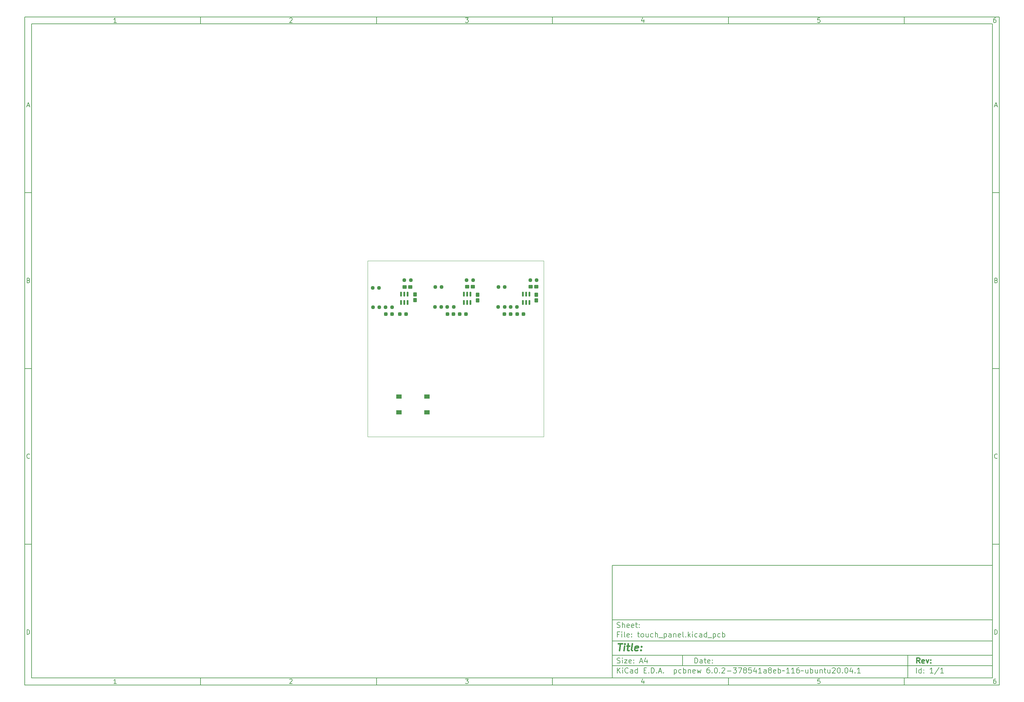
<source format=gbr>
%TF.GenerationSoftware,KiCad,Pcbnew,6.0.2-378541a8eb~116~ubuntu20.04.1*%
%TF.CreationDate,2022-03-13T21:59:14+03:30*%
%TF.ProjectId,touch_panel,746f7563-685f-4706-916e-656c2e6b6963,rev?*%
%TF.SameCoordinates,Original*%
%TF.FileFunction,Paste,Top*%
%TF.FilePolarity,Positive*%
%FSLAX46Y46*%
G04 Gerber Fmt 4.6, Leading zero omitted, Abs format (unit mm)*
G04 Created by KiCad (PCBNEW 6.0.2-378541a8eb~116~ubuntu20.04.1) date 2022-03-13 21:59:14*
%MOMM*%
%LPD*%
G01*
G04 APERTURE LIST*
G04 Aperture macros list*
%AMRoundRect*
0 Rectangle with rounded corners*
0 $1 Rounding radius*
0 $2 $3 $4 $5 $6 $7 $8 $9 X,Y pos of 4 corners*
0 Add a 4 corners polygon primitive as box body*
4,1,4,$2,$3,$4,$5,$6,$7,$8,$9,$2,$3,0*
0 Add four circle primitives for the rounded corners*
1,1,$1+$1,$2,$3*
1,1,$1+$1,$4,$5*
1,1,$1+$1,$6,$7*
1,1,$1+$1,$8,$9*
0 Add four rect primitives between the rounded corners*
20,1,$1+$1,$2,$3,$4,$5,0*
20,1,$1+$1,$4,$5,$6,$7,0*
20,1,$1+$1,$6,$7,$8,$9,0*
20,1,$1+$1,$8,$9,$2,$3,0*%
G04 Aperture macros list end*
%ADD10C,0.100000*%
%ADD11C,0.150000*%
%ADD12C,0.300000*%
%ADD13C,0.400000*%
%TA.AperFunction,Profile*%
%ADD14C,0.100000*%
%TD*%
%ADD15RoundRect,0.237500X-0.250000X-0.237500X0.250000X-0.237500X0.250000X0.237500X-0.250000X0.237500X0*%
%ADD16RoundRect,0.193800X-0.091200X-0.481200X0.091200X-0.481200X0.091200X0.481200X-0.091200X0.481200X0*%
%ADD17RoundRect,0.237500X-0.287500X-0.237500X0.287500X-0.237500X0.287500X0.237500X-0.287500X0.237500X0*%
%ADD18R,1.550000X1.300000*%
%ADD19RoundRect,0.250000X0.375000X0.275000X-0.375000X0.275000X-0.375000X-0.275000X0.375000X-0.275000X0*%
%ADD20RoundRect,0.250000X0.275000X-0.375000X0.275000X0.375000X-0.275000X0.375000X-0.275000X-0.375000X0*%
%ADD21RoundRect,0.237500X0.250000X0.237500X-0.250000X0.237500X-0.250000X-0.237500X0.250000X-0.237500X0*%
G04 APERTURE END LIST*
D10*
D11*
X177002200Y-166007200D02*
X177002200Y-198007200D01*
X285002200Y-198007200D01*
X285002200Y-166007200D01*
X177002200Y-166007200D01*
D10*
D11*
X10000000Y-10000000D02*
X10000000Y-200007200D01*
X287002200Y-200007200D01*
X287002200Y-10000000D01*
X10000000Y-10000000D01*
D10*
D11*
X12000000Y-12000000D02*
X12000000Y-198007200D01*
X285002200Y-198007200D01*
X285002200Y-12000000D01*
X12000000Y-12000000D01*
D10*
D11*
X60000000Y-12000000D02*
X60000000Y-10000000D01*
D10*
D11*
X110000000Y-12000000D02*
X110000000Y-10000000D01*
D10*
D11*
X160000000Y-12000000D02*
X160000000Y-10000000D01*
D10*
D11*
X210000000Y-12000000D02*
X210000000Y-10000000D01*
D10*
D11*
X260000000Y-12000000D02*
X260000000Y-10000000D01*
D10*
D11*
X36065476Y-11588095D02*
X35322619Y-11588095D01*
X35694047Y-11588095D02*
X35694047Y-10288095D01*
X35570238Y-10473809D01*
X35446428Y-10597619D01*
X35322619Y-10659523D01*
D10*
D11*
X85322619Y-10411904D02*
X85384523Y-10350000D01*
X85508333Y-10288095D01*
X85817857Y-10288095D01*
X85941666Y-10350000D01*
X86003571Y-10411904D01*
X86065476Y-10535714D01*
X86065476Y-10659523D01*
X86003571Y-10845238D01*
X85260714Y-11588095D01*
X86065476Y-11588095D01*
D10*
D11*
X135260714Y-10288095D02*
X136065476Y-10288095D01*
X135632142Y-10783333D01*
X135817857Y-10783333D01*
X135941666Y-10845238D01*
X136003571Y-10907142D01*
X136065476Y-11030952D01*
X136065476Y-11340476D01*
X136003571Y-11464285D01*
X135941666Y-11526190D01*
X135817857Y-11588095D01*
X135446428Y-11588095D01*
X135322619Y-11526190D01*
X135260714Y-11464285D01*
D10*
D11*
X185941666Y-10721428D02*
X185941666Y-11588095D01*
X185632142Y-10226190D02*
X185322619Y-11154761D01*
X186127380Y-11154761D01*
D10*
D11*
X236003571Y-10288095D02*
X235384523Y-10288095D01*
X235322619Y-10907142D01*
X235384523Y-10845238D01*
X235508333Y-10783333D01*
X235817857Y-10783333D01*
X235941666Y-10845238D01*
X236003571Y-10907142D01*
X236065476Y-11030952D01*
X236065476Y-11340476D01*
X236003571Y-11464285D01*
X235941666Y-11526190D01*
X235817857Y-11588095D01*
X235508333Y-11588095D01*
X235384523Y-11526190D01*
X235322619Y-11464285D01*
D10*
D11*
X285941666Y-10288095D02*
X285694047Y-10288095D01*
X285570238Y-10350000D01*
X285508333Y-10411904D01*
X285384523Y-10597619D01*
X285322619Y-10845238D01*
X285322619Y-11340476D01*
X285384523Y-11464285D01*
X285446428Y-11526190D01*
X285570238Y-11588095D01*
X285817857Y-11588095D01*
X285941666Y-11526190D01*
X286003571Y-11464285D01*
X286065476Y-11340476D01*
X286065476Y-11030952D01*
X286003571Y-10907142D01*
X285941666Y-10845238D01*
X285817857Y-10783333D01*
X285570238Y-10783333D01*
X285446428Y-10845238D01*
X285384523Y-10907142D01*
X285322619Y-11030952D01*
D10*
D11*
X60000000Y-198007200D02*
X60000000Y-200007200D01*
D10*
D11*
X110000000Y-198007200D02*
X110000000Y-200007200D01*
D10*
D11*
X160000000Y-198007200D02*
X160000000Y-200007200D01*
D10*
D11*
X210000000Y-198007200D02*
X210000000Y-200007200D01*
D10*
D11*
X260000000Y-198007200D02*
X260000000Y-200007200D01*
D10*
D11*
X36065476Y-199595295D02*
X35322619Y-199595295D01*
X35694047Y-199595295D02*
X35694047Y-198295295D01*
X35570238Y-198481009D01*
X35446428Y-198604819D01*
X35322619Y-198666723D01*
D10*
D11*
X85322619Y-198419104D02*
X85384523Y-198357200D01*
X85508333Y-198295295D01*
X85817857Y-198295295D01*
X85941666Y-198357200D01*
X86003571Y-198419104D01*
X86065476Y-198542914D01*
X86065476Y-198666723D01*
X86003571Y-198852438D01*
X85260714Y-199595295D01*
X86065476Y-199595295D01*
D10*
D11*
X135260714Y-198295295D02*
X136065476Y-198295295D01*
X135632142Y-198790533D01*
X135817857Y-198790533D01*
X135941666Y-198852438D01*
X136003571Y-198914342D01*
X136065476Y-199038152D01*
X136065476Y-199347676D01*
X136003571Y-199471485D01*
X135941666Y-199533390D01*
X135817857Y-199595295D01*
X135446428Y-199595295D01*
X135322619Y-199533390D01*
X135260714Y-199471485D01*
D10*
D11*
X185941666Y-198728628D02*
X185941666Y-199595295D01*
X185632142Y-198233390D02*
X185322619Y-199161961D01*
X186127380Y-199161961D01*
D10*
D11*
X236003571Y-198295295D02*
X235384523Y-198295295D01*
X235322619Y-198914342D01*
X235384523Y-198852438D01*
X235508333Y-198790533D01*
X235817857Y-198790533D01*
X235941666Y-198852438D01*
X236003571Y-198914342D01*
X236065476Y-199038152D01*
X236065476Y-199347676D01*
X236003571Y-199471485D01*
X235941666Y-199533390D01*
X235817857Y-199595295D01*
X235508333Y-199595295D01*
X235384523Y-199533390D01*
X235322619Y-199471485D01*
D10*
D11*
X285941666Y-198295295D02*
X285694047Y-198295295D01*
X285570238Y-198357200D01*
X285508333Y-198419104D01*
X285384523Y-198604819D01*
X285322619Y-198852438D01*
X285322619Y-199347676D01*
X285384523Y-199471485D01*
X285446428Y-199533390D01*
X285570238Y-199595295D01*
X285817857Y-199595295D01*
X285941666Y-199533390D01*
X286003571Y-199471485D01*
X286065476Y-199347676D01*
X286065476Y-199038152D01*
X286003571Y-198914342D01*
X285941666Y-198852438D01*
X285817857Y-198790533D01*
X285570238Y-198790533D01*
X285446428Y-198852438D01*
X285384523Y-198914342D01*
X285322619Y-199038152D01*
D10*
D11*
X10000000Y-60000000D02*
X12000000Y-60000000D01*
D10*
D11*
X10000000Y-110000000D02*
X12000000Y-110000000D01*
D10*
D11*
X10000000Y-160000000D02*
X12000000Y-160000000D01*
D10*
D11*
X10690476Y-35216666D02*
X11309523Y-35216666D01*
X10566666Y-35588095D02*
X11000000Y-34288095D01*
X11433333Y-35588095D01*
D10*
D11*
X11092857Y-84907142D02*
X11278571Y-84969047D01*
X11340476Y-85030952D01*
X11402380Y-85154761D01*
X11402380Y-85340476D01*
X11340476Y-85464285D01*
X11278571Y-85526190D01*
X11154761Y-85588095D01*
X10659523Y-85588095D01*
X10659523Y-84288095D01*
X11092857Y-84288095D01*
X11216666Y-84350000D01*
X11278571Y-84411904D01*
X11340476Y-84535714D01*
X11340476Y-84659523D01*
X11278571Y-84783333D01*
X11216666Y-84845238D01*
X11092857Y-84907142D01*
X10659523Y-84907142D01*
D10*
D11*
X11402380Y-135464285D02*
X11340476Y-135526190D01*
X11154761Y-135588095D01*
X11030952Y-135588095D01*
X10845238Y-135526190D01*
X10721428Y-135402380D01*
X10659523Y-135278571D01*
X10597619Y-135030952D01*
X10597619Y-134845238D01*
X10659523Y-134597619D01*
X10721428Y-134473809D01*
X10845238Y-134350000D01*
X11030952Y-134288095D01*
X11154761Y-134288095D01*
X11340476Y-134350000D01*
X11402380Y-134411904D01*
D10*
D11*
X10659523Y-185588095D02*
X10659523Y-184288095D01*
X10969047Y-184288095D01*
X11154761Y-184350000D01*
X11278571Y-184473809D01*
X11340476Y-184597619D01*
X11402380Y-184845238D01*
X11402380Y-185030952D01*
X11340476Y-185278571D01*
X11278571Y-185402380D01*
X11154761Y-185526190D01*
X10969047Y-185588095D01*
X10659523Y-185588095D01*
D10*
D11*
X287002200Y-60000000D02*
X285002200Y-60000000D01*
D10*
D11*
X287002200Y-110000000D02*
X285002200Y-110000000D01*
D10*
D11*
X287002200Y-160000000D02*
X285002200Y-160000000D01*
D10*
D11*
X285692676Y-35216666D02*
X286311723Y-35216666D01*
X285568866Y-35588095D02*
X286002200Y-34288095D01*
X286435533Y-35588095D01*
D10*
D11*
X286095057Y-84907142D02*
X286280771Y-84969047D01*
X286342676Y-85030952D01*
X286404580Y-85154761D01*
X286404580Y-85340476D01*
X286342676Y-85464285D01*
X286280771Y-85526190D01*
X286156961Y-85588095D01*
X285661723Y-85588095D01*
X285661723Y-84288095D01*
X286095057Y-84288095D01*
X286218866Y-84350000D01*
X286280771Y-84411904D01*
X286342676Y-84535714D01*
X286342676Y-84659523D01*
X286280771Y-84783333D01*
X286218866Y-84845238D01*
X286095057Y-84907142D01*
X285661723Y-84907142D01*
D10*
D11*
X286404580Y-135464285D02*
X286342676Y-135526190D01*
X286156961Y-135588095D01*
X286033152Y-135588095D01*
X285847438Y-135526190D01*
X285723628Y-135402380D01*
X285661723Y-135278571D01*
X285599819Y-135030952D01*
X285599819Y-134845238D01*
X285661723Y-134597619D01*
X285723628Y-134473809D01*
X285847438Y-134350000D01*
X286033152Y-134288095D01*
X286156961Y-134288095D01*
X286342676Y-134350000D01*
X286404580Y-134411904D01*
D10*
D11*
X285661723Y-185588095D02*
X285661723Y-184288095D01*
X285971247Y-184288095D01*
X286156961Y-184350000D01*
X286280771Y-184473809D01*
X286342676Y-184597619D01*
X286404580Y-184845238D01*
X286404580Y-185030952D01*
X286342676Y-185278571D01*
X286280771Y-185402380D01*
X286156961Y-185526190D01*
X285971247Y-185588095D01*
X285661723Y-185588095D01*
D10*
D11*
X200434342Y-193785771D02*
X200434342Y-192285771D01*
X200791485Y-192285771D01*
X201005771Y-192357200D01*
X201148628Y-192500057D01*
X201220057Y-192642914D01*
X201291485Y-192928628D01*
X201291485Y-193142914D01*
X201220057Y-193428628D01*
X201148628Y-193571485D01*
X201005771Y-193714342D01*
X200791485Y-193785771D01*
X200434342Y-193785771D01*
X202577200Y-193785771D02*
X202577200Y-193000057D01*
X202505771Y-192857200D01*
X202362914Y-192785771D01*
X202077200Y-192785771D01*
X201934342Y-192857200D01*
X202577200Y-193714342D02*
X202434342Y-193785771D01*
X202077200Y-193785771D01*
X201934342Y-193714342D01*
X201862914Y-193571485D01*
X201862914Y-193428628D01*
X201934342Y-193285771D01*
X202077200Y-193214342D01*
X202434342Y-193214342D01*
X202577200Y-193142914D01*
X203077200Y-192785771D02*
X203648628Y-192785771D01*
X203291485Y-192285771D02*
X203291485Y-193571485D01*
X203362914Y-193714342D01*
X203505771Y-193785771D01*
X203648628Y-193785771D01*
X204720057Y-193714342D02*
X204577200Y-193785771D01*
X204291485Y-193785771D01*
X204148628Y-193714342D01*
X204077200Y-193571485D01*
X204077200Y-193000057D01*
X204148628Y-192857200D01*
X204291485Y-192785771D01*
X204577200Y-192785771D01*
X204720057Y-192857200D01*
X204791485Y-193000057D01*
X204791485Y-193142914D01*
X204077200Y-193285771D01*
X205434342Y-193642914D02*
X205505771Y-193714342D01*
X205434342Y-193785771D01*
X205362914Y-193714342D01*
X205434342Y-193642914D01*
X205434342Y-193785771D01*
X205434342Y-192857200D02*
X205505771Y-192928628D01*
X205434342Y-193000057D01*
X205362914Y-192928628D01*
X205434342Y-192857200D01*
X205434342Y-193000057D01*
D10*
D11*
X177002200Y-194507200D02*
X285002200Y-194507200D01*
D10*
D11*
X178434342Y-196585771D02*
X178434342Y-195085771D01*
X179291485Y-196585771D02*
X178648628Y-195728628D01*
X179291485Y-195085771D02*
X178434342Y-195942914D01*
X179934342Y-196585771D02*
X179934342Y-195585771D01*
X179934342Y-195085771D02*
X179862914Y-195157200D01*
X179934342Y-195228628D01*
X180005771Y-195157200D01*
X179934342Y-195085771D01*
X179934342Y-195228628D01*
X181505771Y-196442914D02*
X181434342Y-196514342D01*
X181220057Y-196585771D01*
X181077200Y-196585771D01*
X180862914Y-196514342D01*
X180720057Y-196371485D01*
X180648628Y-196228628D01*
X180577200Y-195942914D01*
X180577200Y-195728628D01*
X180648628Y-195442914D01*
X180720057Y-195300057D01*
X180862914Y-195157200D01*
X181077200Y-195085771D01*
X181220057Y-195085771D01*
X181434342Y-195157200D01*
X181505771Y-195228628D01*
X182791485Y-196585771D02*
X182791485Y-195800057D01*
X182720057Y-195657200D01*
X182577200Y-195585771D01*
X182291485Y-195585771D01*
X182148628Y-195657200D01*
X182791485Y-196514342D02*
X182648628Y-196585771D01*
X182291485Y-196585771D01*
X182148628Y-196514342D01*
X182077200Y-196371485D01*
X182077200Y-196228628D01*
X182148628Y-196085771D01*
X182291485Y-196014342D01*
X182648628Y-196014342D01*
X182791485Y-195942914D01*
X184148628Y-196585771D02*
X184148628Y-195085771D01*
X184148628Y-196514342D02*
X184005771Y-196585771D01*
X183720057Y-196585771D01*
X183577200Y-196514342D01*
X183505771Y-196442914D01*
X183434342Y-196300057D01*
X183434342Y-195871485D01*
X183505771Y-195728628D01*
X183577200Y-195657200D01*
X183720057Y-195585771D01*
X184005771Y-195585771D01*
X184148628Y-195657200D01*
X186005771Y-195800057D02*
X186505771Y-195800057D01*
X186720057Y-196585771D02*
X186005771Y-196585771D01*
X186005771Y-195085771D01*
X186720057Y-195085771D01*
X187362914Y-196442914D02*
X187434342Y-196514342D01*
X187362914Y-196585771D01*
X187291485Y-196514342D01*
X187362914Y-196442914D01*
X187362914Y-196585771D01*
X188077200Y-196585771D02*
X188077200Y-195085771D01*
X188434342Y-195085771D01*
X188648628Y-195157200D01*
X188791485Y-195300057D01*
X188862914Y-195442914D01*
X188934342Y-195728628D01*
X188934342Y-195942914D01*
X188862914Y-196228628D01*
X188791485Y-196371485D01*
X188648628Y-196514342D01*
X188434342Y-196585771D01*
X188077200Y-196585771D01*
X189577200Y-196442914D02*
X189648628Y-196514342D01*
X189577200Y-196585771D01*
X189505771Y-196514342D01*
X189577200Y-196442914D01*
X189577200Y-196585771D01*
X190220057Y-196157200D02*
X190934342Y-196157200D01*
X190077200Y-196585771D02*
X190577200Y-195085771D01*
X191077200Y-196585771D01*
X191577200Y-196442914D02*
X191648628Y-196514342D01*
X191577200Y-196585771D01*
X191505771Y-196514342D01*
X191577200Y-196442914D01*
X191577200Y-196585771D01*
X194577200Y-195585771D02*
X194577200Y-197085771D01*
X194577200Y-195657200D02*
X194720057Y-195585771D01*
X195005771Y-195585771D01*
X195148628Y-195657200D01*
X195220057Y-195728628D01*
X195291485Y-195871485D01*
X195291485Y-196300057D01*
X195220057Y-196442914D01*
X195148628Y-196514342D01*
X195005771Y-196585771D01*
X194720057Y-196585771D01*
X194577200Y-196514342D01*
X196577200Y-196514342D02*
X196434342Y-196585771D01*
X196148628Y-196585771D01*
X196005771Y-196514342D01*
X195934342Y-196442914D01*
X195862914Y-196300057D01*
X195862914Y-195871485D01*
X195934342Y-195728628D01*
X196005771Y-195657200D01*
X196148628Y-195585771D01*
X196434342Y-195585771D01*
X196577200Y-195657200D01*
X197220057Y-196585771D02*
X197220057Y-195085771D01*
X197220057Y-195657200D02*
X197362914Y-195585771D01*
X197648628Y-195585771D01*
X197791485Y-195657200D01*
X197862914Y-195728628D01*
X197934342Y-195871485D01*
X197934342Y-196300057D01*
X197862914Y-196442914D01*
X197791485Y-196514342D01*
X197648628Y-196585771D01*
X197362914Y-196585771D01*
X197220057Y-196514342D01*
X198577200Y-195585771D02*
X198577200Y-196585771D01*
X198577200Y-195728628D02*
X198648628Y-195657200D01*
X198791485Y-195585771D01*
X199005771Y-195585771D01*
X199148628Y-195657200D01*
X199220057Y-195800057D01*
X199220057Y-196585771D01*
X200505771Y-196514342D02*
X200362914Y-196585771D01*
X200077200Y-196585771D01*
X199934342Y-196514342D01*
X199862914Y-196371485D01*
X199862914Y-195800057D01*
X199934342Y-195657200D01*
X200077200Y-195585771D01*
X200362914Y-195585771D01*
X200505771Y-195657200D01*
X200577200Y-195800057D01*
X200577200Y-195942914D01*
X199862914Y-196085771D01*
X201077200Y-195585771D02*
X201362914Y-196585771D01*
X201648628Y-195871485D01*
X201934342Y-196585771D01*
X202220057Y-195585771D01*
X204577200Y-195085771D02*
X204291485Y-195085771D01*
X204148628Y-195157200D01*
X204077200Y-195228628D01*
X203934342Y-195442914D01*
X203862914Y-195728628D01*
X203862914Y-196300057D01*
X203934342Y-196442914D01*
X204005771Y-196514342D01*
X204148628Y-196585771D01*
X204434342Y-196585771D01*
X204577200Y-196514342D01*
X204648628Y-196442914D01*
X204720057Y-196300057D01*
X204720057Y-195942914D01*
X204648628Y-195800057D01*
X204577200Y-195728628D01*
X204434342Y-195657200D01*
X204148628Y-195657200D01*
X204005771Y-195728628D01*
X203934342Y-195800057D01*
X203862914Y-195942914D01*
X205362914Y-196442914D02*
X205434342Y-196514342D01*
X205362914Y-196585771D01*
X205291485Y-196514342D01*
X205362914Y-196442914D01*
X205362914Y-196585771D01*
X206362914Y-195085771D02*
X206505771Y-195085771D01*
X206648628Y-195157200D01*
X206720057Y-195228628D01*
X206791485Y-195371485D01*
X206862914Y-195657200D01*
X206862914Y-196014342D01*
X206791485Y-196300057D01*
X206720057Y-196442914D01*
X206648628Y-196514342D01*
X206505771Y-196585771D01*
X206362914Y-196585771D01*
X206220057Y-196514342D01*
X206148628Y-196442914D01*
X206077200Y-196300057D01*
X206005771Y-196014342D01*
X206005771Y-195657200D01*
X206077200Y-195371485D01*
X206148628Y-195228628D01*
X206220057Y-195157200D01*
X206362914Y-195085771D01*
X207505771Y-196442914D02*
X207577200Y-196514342D01*
X207505771Y-196585771D01*
X207434342Y-196514342D01*
X207505771Y-196442914D01*
X207505771Y-196585771D01*
X208148628Y-195228628D02*
X208220057Y-195157200D01*
X208362914Y-195085771D01*
X208720057Y-195085771D01*
X208862914Y-195157200D01*
X208934342Y-195228628D01*
X209005771Y-195371485D01*
X209005771Y-195514342D01*
X208934342Y-195728628D01*
X208077200Y-196585771D01*
X209005771Y-196585771D01*
X209648628Y-196014342D02*
X210791485Y-196014342D01*
X211362914Y-195085771D02*
X212291485Y-195085771D01*
X211791485Y-195657200D01*
X212005771Y-195657200D01*
X212148628Y-195728628D01*
X212220057Y-195800057D01*
X212291485Y-195942914D01*
X212291485Y-196300057D01*
X212220057Y-196442914D01*
X212148628Y-196514342D01*
X212005771Y-196585771D01*
X211577200Y-196585771D01*
X211434342Y-196514342D01*
X211362914Y-196442914D01*
X212791485Y-195085771D02*
X213791485Y-195085771D01*
X213148628Y-196585771D01*
X214577200Y-195728628D02*
X214434342Y-195657200D01*
X214362914Y-195585771D01*
X214291485Y-195442914D01*
X214291485Y-195371485D01*
X214362914Y-195228628D01*
X214434342Y-195157200D01*
X214577200Y-195085771D01*
X214862914Y-195085771D01*
X215005771Y-195157200D01*
X215077200Y-195228628D01*
X215148628Y-195371485D01*
X215148628Y-195442914D01*
X215077200Y-195585771D01*
X215005771Y-195657200D01*
X214862914Y-195728628D01*
X214577200Y-195728628D01*
X214434342Y-195800057D01*
X214362914Y-195871485D01*
X214291485Y-196014342D01*
X214291485Y-196300057D01*
X214362914Y-196442914D01*
X214434342Y-196514342D01*
X214577200Y-196585771D01*
X214862914Y-196585771D01*
X215005771Y-196514342D01*
X215077200Y-196442914D01*
X215148628Y-196300057D01*
X215148628Y-196014342D01*
X215077200Y-195871485D01*
X215005771Y-195800057D01*
X214862914Y-195728628D01*
X216505771Y-195085771D02*
X215791485Y-195085771D01*
X215720057Y-195800057D01*
X215791485Y-195728628D01*
X215934342Y-195657200D01*
X216291485Y-195657200D01*
X216434342Y-195728628D01*
X216505771Y-195800057D01*
X216577200Y-195942914D01*
X216577200Y-196300057D01*
X216505771Y-196442914D01*
X216434342Y-196514342D01*
X216291485Y-196585771D01*
X215934342Y-196585771D01*
X215791485Y-196514342D01*
X215720057Y-196442914D01*
X217862914Y-195585771D02*
X217862914Y-196585771D01*
X217505771Y-195014342D02*
X217148628Y-196085771D01*
X218077200Y-196085771D01*
X219434342Y-196585771D02*
X218577200Y-196585771D01*
X219005771Y-196585771D02*
X219005771Y-195085771D01*
X218862914Y-195300057D01*
X218720057Y-195442914D01*
X218577200Y-195514342D01*
X220720057Y-196585771D02*
X220720057Y-195800057D01*
X220648628Y-195657200D01*
X220505771Y-195585771D01*
X220220057Y-195585771D01*
X220077200Y-195657200D01*
X220720057Y-196514342D02*
X220577200Y-196585771D01*
X220220057Y-196585771D01*
X220077200Y-196514342D01*
X220005771Y-196371485D01*
X220005771Y-196228628D01*
X220077200Y-196085771D01*
X220220057Y-196014342D01*
X220577200Y-196014342D01*
X220720057Y-195942914D01*
X221648628Y-195728628D02*
X221505771Y-195657200D01*
X221434342Y-195585771D01*
X221362914Y-195442914D01*
X221362914Y-195371485D01*
X221434342Y-195228628D01*
X221505771Y-195157200D01*
X221648628Y-195085771D01*
X221934342Y-195085771D01*
X222077200Y-195157200D01*
X222148628Y-195228628D01*
X222220057Y-195371485D01*
X222220057Y-195442914D01*
X222148628Y-195585771D01*
X222077200Y-195657200D01*
X221934342Y-195728628D01*
X221648628Y-195728628D01*
X221505771Y-195800057D01*
X221434342Y-195871485D01*
X221362914Y-196014342D01*
X221362914Y-196300057D01*
X221434342Y-196442914D01*
X221505771Y-196514342D01*
X221648628Y-196585771D01*
X221934342Y-196585771D01*
X222077200Y-196514342D01*
X222148628Y-196442914D01*
X222220057Y-196300057D01*
X222220057Y-196014342D01*
X222148628Y-195871485D01*
X222077200Y-195800057D01*
X221934342Y-195728628D01*
X223434342Y-196514342D02*
X223291485Y-196585771D01*
X223005771Y-196585771D01*
X222862914Y-196514342D01*
X222791485Y-196371485D01*
X222791485Y-195800057D01*
X222862914Y-195657200D01*
X223005771Y-195585771D01*
X223291485Y-195585771D01*
X223434342Y-195657200D01*
X223505771Y-195800057D01*
X223505771Y-195942914D01*
X222791485Y-196085771D01*
X224148628Y-196585771D02*
X224148628Y-195085771D01*
X224148628Y-195657200D02*
X224291485Y-195585771D01*
X224577199Y-195585771D01*
X224720057Y-195657200D01*
X224791485Y-195728628D01*
X224862914Y-195871485D01*
X224862914Y-196300057D01*
X224791485Y-196442914D01*
X224720057Y-196514342D01*
X224577199Y-196585771D01*
X224291485Y-196585771D01*
X224148628Y-196514342D01*
X225291485Y-196014342D02*
X225362914Y-195942914D01*
X225505771Y-195871485D01*
X225791485Y-196014342D01*
X225934342Y-195942914D01*
X226005771Y-195871485D01*
X227362914Y-196585771D02*
X226505771Y-196585771D01*
X226934342Y-196585771D02*
X226934342Y-195085771D01*
X226791485Y-195300057D01*
X226648628Y-195442914D01*
X226505771Y-195514342D01*
X228791485Y-196585771D02*
X227934342Y-196585771D01*
X228362914Y-196585771D02*
X228362914Y-195085771D01*
X228220057Y-195300057D01*
X228077199Y-195442914D01*
X227934342Y-195514342D01*
X230077199Y-195085771D02*
X229791485Y-195085771D01*
X229648628Y-195157200D01*
X229577199Y-195228628D01*
X229434342Y-195442914D01*
X229362914Y-195728628D01*
X229362914Y-196300057D01*
X229434342Y-196442914D01*
X229505771Y-196514342D01*
X229648628Y-196585771D01*
X229934342Y-196585771D01*
X230077199Y-196514342D01*
X230148628Y-196442914D01*
X230220057Y-196300057D01*
X230220057Y-195942914D01*
X230148628Y-195800057D01*
X230077199Y-195728628D01*
X229934342Y-195657200D01*
X229648628Y-195657200D01*
X229505771Y-195728628D01*
X229434342Y-195800057D01*
X229362914Y-195942914D01*
X230648628Y-196014342D02*
X230720057Y-195942914D01*
X230862914Y-195871485D01*
X231148628Y-196014342D01*
X231291485Y-195942914D01*
X231362914Y-195871485D01*
X232577199Y-195585771D02*
X232577199Y-196585771D01*
X231934342Y-195585771D02*
X231934342Y-196371485D01*
X232005771Y-196514342D01*
X232148628Y-196585771D01*
X232362914Y-196585771D01*
X232505771Y-196514342D01*
X232577199Y-196442914D01*
X233291485Y-196585771D02*
X233291485Y-195085771D01*
X233291485Y-195657200D02*
X233434342Y-195585771D01*
X233720057Y-195585771D01*
X233862914Y-195657200D01*
X233934342Y-195728628D01*
X234005771Y-195871485D01*
X234005771Y-196300057D01*
X233934342Y-196442914D01*
X233862914Y-196514342D01*
X233720057Y-196585771D01*
X233434342Y-196585771D01*
X233291485Y-196514342D01*
X235291485Y-195585771D02*
X235291485Y-196585771D01*
X234648628Y-195585771D02*
X234648628Y-196371485D01*
X234720057Y-196514342D01*
X234862914Y-196585771D01*
X235077199Y-196585771D01*
X235220057Y-196514342D01*
X235291485Y-196442914D01*
X236005771Y-195585771D02*
X236005771Y-196585771D01*
X236005771Y-195728628D02*
X236077199Y-195657200D01*
X236220057Y-195585771D01*
X236434342Y-195585771D01*
X236577199Y-195657200D01*
X236648628Y-195800057D01*
X236648628Y-196585771D01*
X237148628Y-195585771D02*
X237720057Y-195585771D01*
X237362914Y-195085771D02*
X237362914Y-196371485D01*
X237434342Y-196514342D01*
X237577200Y-196585771D01*
X237720057Y-196585771D01*
X238862914Y-195585771D02*
X238862914Y-196585771D01*
X238220057Y-195585771D02*
X238220057Y-196371485D01*
X238291485Y-196514342D01*
X238434342Y-196585771D01*
X238648628Y-196585771D01*
X238791485Y-196514342D01*
X238862914Y-196442914D01*
X239505771Y-195228628D02*
X239577200Y-195157200D01*
X239720057Y-195085771D01*
X240077200Y-195085771D01*
X240220057Y-195157200D01*
X240291485Y-195228628D01*
X240362914Y-195371485D01*
X240362914Y-195514342D01*
X240291485Y-195728628D01*
X239434342Y-196585771D01*
X240362914Y-196585771D01*
X241291485Y-195085771D02*
X241434342Y-195085771D01*
X241577199Y-195157200D01*
X241648628Y-195228628D01*
X241720057Y-195371485D01*
X241791485Y-195657200D01*
X241791485Y-196014342D01*
X241720057Y-196300057D01*
X241648628Y-196442914D01*
X241577199Y-196514342D01*
X241434342Y-196585771D01*
X241291485Y-196585771D01*
X241148628Y-196514342D01*
X241077199Y-196442914D01*
X241005771Y-196300057D01*
X240934342Y-196014342D01*
X240934342Y-195657200D01*
X241005771Y-195371485D01*
X241077199Y-195228628D01*
X241148628Y-195157200D01*
X241291485Y-195085771D01*
X242434342Y-196442914D02*
X242505771Y-196514342D01*
X242434342Y-196585771D01*
X242362914Y-196514342D01*
X242434342Y-196442914D01*
X242434342Y-196585771D01*
X243434342Y-195085771D02*
X243577199Y-195085771D01*
X243720057Y-195157200D01*
X243791485Y-195228628D01*
X243862914Y-195371485D01*
X243934342Y-195657200D01*
X243934342Y-196014342D01*
X243862914Y-196300057D01*
X243791485Y-196442914D01*
X243720057Y-196514342D01*
X243577199Y-196585771D01*
X243434342Y-196585771D01*
X243291485Y-196514342D01*
X243220057Y-196442914D01*
X243148628Y-196300057D01*
X243077199Y-196014342D01*
X243077199Y-195657200D01*
X243148628Y-195371485D01*
X243220057Y-195228628D01*
X243291485Y-195157200D01*
X243434342Y-195085771D01*
X245220057Y-195585771D02*
X245220057Y-196585771D01*
X244862914Y-195014342D02*
X244505771Y-196085771D01*
X245434342Y-196085771D01*
X246005771Y-196442914D02*
X246077200Y-196514342D01*
X246005771Y-196585771D01*
X245934342Y-196514342D01*
X246005771Y-196442914D01*
X246005771Y-196585771D01*
X247505771Y-196585771D02*
X246648628Y-196585771D01*
X247077200Y-196585771D02*
X247077200Y-195085771D01*
X246934342Y-195300057D01*
X246791485Y-195442914D01*
X246648628Y-195514342D01*
D10*
D11*
X177002200Y-191507200D02*
X285002200Y-191507200D01*
D10*
D12*
X264411485Y-193785771D02*
X263911485Y-193071485D01*
X263554342Y-193785771D02*
X263554342Y-192285771D01*
X264125771Y-192285771D01*
X264268628Y-192357200D01*
X264340057Y-192428628D01*
X264411485Y-192571485D01*
X264411485Y-192785771D01*
X264340057Y-192928628D01*
X264268628Y-193000057D01*
X264125771Y-193071485D01*
X263554342Y-193071485D01*
X265625771Y-193714342D02*
X265482914Y-193785771D01*
X265197200Y-193785771D01*
X265054342Y-193714342D01*
X264982914Y-193571485D01*
X264982914Y-193000057D01*
X265054342Y-192857200D01*
X265197200Y-192785771D01*
X265482914Y-192785771D01*
X265625771Y-192857200D01*
X265697200Y-193000057D01*
X265697200Y-193142914D01*
X264982914Y-193285771D01*
X266197200Y-192785771D02*
X266554342Y-193785771D01*
X266911485Y-192785771D01*
X267482914Y-193642914D02*
X267554342Y-193714342D01*
X267482914Y-193785771D01*
X267411485Y-193714342D01*
X267482914Y-193642914D01*
X267482914Y-193785771D01*
X267482914Y-192857200D02*
X267554342Y-192928628D01*
X267482914Y-193000057D01*
X267411485Y-192928628D01*
X267482914Y-192857200D01*
X267482914Y-193000057D01*
D10*
D11*
X178362914Y-193714342D02*
X178577200Y-193785771D01*
X178934342Y-193785771D01*
X179077200Y-193714342D01*
X179148628Y-193642914D01*
X179220057Y-193500057D01*
X179220057Y-193357200D01*
X179148628Y-193214342D01*
X179077200Y-193142914D01*
X178934342Y-193071485D01*
X178648628Y-193000057D01*
X178505771Y-192928628D01*
X178434342Y-192857200D01*
X178362914Y-192714342D01*
X178362914Y-192571485D01*
X178434342Y-192428628D01*
X178505771Y-192357200D01*
X178648628Y-192285771D01*
X179005771Y-192285771D01*
X179220057Y-192357200D01*
X179862914Y-193785771D02*
X179862914Y-192785771D01*
X179862914Y-192285771D02*
X179791485Y-192357200D01*
X179862914Y-192428628D01*
X179934342Y-192357200D01*
X179862914Y-192285771D01*
X179862914Y-192428628D01*
X180434342Y-192785771D02*
X181220057Y-192785771D01*
X180434342Y-193785771D01*
X181220057Y-193785771D01*
X182362914Y-193714342D02*
X182220057Y-193785771D01*
X181934342Y-193785771D01*
X181791485Y-193714342D01*
X181720057Y-193571485D01*
X181720057Y-193000057D01*
X181791485Y-192857200D01*
X181934342Y-192785771D01*
X182220057Y-192785771D01*
X182362914Y-192857200D01*
X182434342Y-193000057D01*
X182434342Y-193142914D01*
X181720057Y-193285771D01*
X183077200Y-193642914D02*
X183148628Y-193714342D01*
X183077200Y-193785771D01*
X183005771Y-193714342D01*
X183077200Y-193642914D01*
X183077200Y-193785771D01*
X183077200Y-192857200D02*
X183148628Y-192928628D01*
X183077200Y-193000057D01*
X183005771Y-192928628D01*
X183077200Y-192857200D01*
X183077200Y-193000057D01*
X184862914Y-193357200D02*
X185577200Y-193357200D01*
X184720057Y-193785771D02*
X185220057Y-192285771D01*
X185720057Y-193785771D01*
X186862914Y-192785771D02*
X186862914Y-193785771D01*
X186505771Y-192214342D02*
X186148628Y-193285771D01*
X187077200Y-193285771D01*
D10*
D11*
X263434342Y-196585771D02*
X263434342Y-195085771D01*
X264791485Y-196585771D02*
X264791485Y-195085771D01*
X264791485Y-196514342D02*
X264648628Y-196585771D01*
X264362914Y-196585771D01*
X264220057Y-196514342D01*
X264148628Y-196442914D01*
X264077200Y-196300057D01*
X264077200Y-195871485D01*
X264148628Y-195728628D01*
X264220057Y-195657200D01*
X264362914Y-195585771D01*
X264648628Y-195585771D01*
X264791485Y-195657200D01*
X265505771Y-196442914D02*
X265577200Y-196514342D01*
X265505771Y-196585771D01*
X265434342Y-196514342D01*
X265505771Y-196442914D01*
X265505771Y-196585771D01*
X265505771Y-195657200D02*
X265577200Y-195728628D01*
X265505771Y-195800057D01*
X265434342Y-195728628D01*
X265505771Y-195657200D01*
X265505771Y-195800057D01*
X268148628Y-196585771D02*
X267291485Y-196585771D01*
X267720057Y-196585771D02*
X267720057Y-195085771D01*
X267577200Y-195300057D01*
X267434342Y-195442914D01*
X267291485Y-195514342D01*
X269862914Y-195014342D02*
X268577200Y-196942914D01*
X271148628Y-196585771D02*
X270291485Y-196585771D01*
X270720057Y-196585771D02*
X270720057Y-195085771D01*
X270577200Y-195300057D01*
X270434342Y-195442914D01*
X270291485Y-195514342D01*
D10*
D11*
X177002200Y-187507200D02*
X285002200Y-187507200D01*
D10*
D13*
X178714580Y-188211961D02*
X179857438Y-188211961D01*
X179036009Y-190211961D02*
X179286009Y-188211961D01*
X180274104Y-190211961D02*
X180440771Y-188878628D01*
X180524104Y-188211961D02*
X180416961Y-188307200D01*
X180500295Y-188402438D01*
X180607438Y-188307200D01*
X180524104Y-188211961D01*
X180500295Y-188402438D01*
X181107438Y-188878628D02*
X181869342Y-188878628D01*
X181476485Y-188211961D02*
X181262200Y-189926247D01*
X181333628Y-190116723D01*
X181512200Y-190211961D01*
X181702676Y-190211961D01*
X182655057Y-190211961D02*
X182476485Y-190116723D01*
X182405057Y-189926247D01*
X182619342Y-188211961D01*
X184190771Y-190116723D02*
X183988390Y-190211961D01*
X183607438Y-190211961D01*
X183428866Y-190116723D01*
X183357438Y-189926247D01*
X183452676Y-189164342D01*
X183571723Y-188973866D01*
X183774104Y-188878628D01*
X184155057Y-188878628D01*
X184333628Y-188973866D01*
X184405057Y-189164342D01*
X184381247Y-189354819D01*
X183405057Y-189545295D01*
X185155057Y-190021485D02*
X185238390Y-190116723D01*
X185131247Y-190211961D01*
X185047914Y-190116723D01*
X185155057Y-190021485D01*
X185131247Y-190211961D01*
X185286009Y-188973866D02*
X185369342Y-189069104D01*
X185262200Y-189164342D01*
X185178866Y-189069104D01*
X185286009Y-188973866D01*
X185262200Y-189164342D01*
D10*
D11*
X178934342Y-185600057D02*
X178434342Y-185600057D01*
X178434342Y-186385771D02*
X178434342Y-184885771D01*
X179148628Y-184885771D01*
X179720057Y-186385771D02*
X179720057Y-185385771D01*
X179720057Y-184885771D02*
X179648628Y-184957200D01*
X179720057Y-185028628D01*
X179791485Y-184957200D01*
X179720057Y-184885771D01*
X179720057Y-185028628D01*
X180648628Y-186385771D02*
X180505771Y-186314342D01*
X180434342Y-186171485D01*
X180434342Y-184885771D01*
X181791485Y-186314342D02*
X181648628Y-186385771D01*
X181362914Y-186385771D01*
X181220057Y-186314342D01*
X181148628Y-186171485D01*
X181148628Y-185600057D01*
X181220057Y-185457200D01*
X181362914Y-185385771D01*
X181648628Y-185385771D01*
X181791485Y-185457200D01*
X181862914Y-185600057D01*
X181862914Y-185742914D01*
X181148628Y-185885771D01*
X182505771Y-186242914D02*
X182577200Y-186314342D01*
X182505771Y-186385771D01*
X182434342Y-186314342D01*
X182505771Y-186242914D01*
X182505771Y-186385771D01*
X182505771Y-185457200D02*
X182577200Y-185528628D01*
X182505771Y-185600057D01*
X182434342Y-185528628D01*
X182505771Y-185457200D01*
X182505771Y-185600057D01*
X184148628Y-185385771D02*
X184720057Y-185385771D01*
X184362914Y-184885771D02*
X184362914Y-186171485D01*
X184434342Y-186314342D01*
X184577200Y-186385771D01*
X184720057Y-186385771D01*
X185434342Y-186385771D02*
X185291485Y-186314342D01*
X185220057Y-186242914D01*
X185148628Y-186100057D01*
X185148628Y-185671485D01*
X185220057Y-185528628D01*
X185291485Y-185457200D01*
X185434342Y-185385771D01*
X185648628Y-185385771D01*
X185791485Y-185457200D01*
X185862914Y-185528628D01*
X185934342Y-185671485D01*
X185934342Y-186100057D01*
X185862914Y-186242914D01*
X185791485Y-186314342D01*
X185648628Y-186385771D01*
X185434342Y-186385771D01*
X187220057Y-185385771D02*
X187220057Y-186385771D01*
X186577200Y-185385771D02*
X186577200Y-186171485D01*
X186648628Y-186314342D01*
X186791485Y-186385771D01*
X187005771Y-186385771D01*
X187148628Y-186314342D01*
X187220057Y-186242914D01*
X188577200Y-186314342D02*
X188434342Y-186385771D01*
X188148628Y-186385771D01*
X188005771Y-186314342D01*
X187934342Y-186242914D01*
X187862914Y-186100057D01*
X187862914Y-185671485D01*
X187934342Y-185528628D01*
X188005771Y-185457200D01*
X188148628Y-185385771D01*
X188434342Y-185385771D01*
X188577200Y-185457200D01*
X189220057Y-186385771D02*
X189220057Y-184885771D01*
X189862914Y-186385771D02*
X189862914Y-185600057D01*
X189791485Y-185457200D01*
X189648628Y-185385771D01*
X189434342Y-185385771D01*
X189291485Y-185457200D01*
X189220057Y-185528628D01*
X190220057Y-186528628D02*
X191362914Y-186528628D01*
X191720057Y-185385771D02*
X191720057Y-186885771D01*
X191720057Y-185457200D02*
X191862914Y-185385771D01*
X192148628Y-185385771D01*
X192291485Y-185457200D01*
X192362914Y-185528628D01*
X192434342Y-185671485D01*
X192434342Y-186100057D01*
X192362914Y-186242914D01*
X192291485Y-186314342D01*
X192148628Y-186385771D01*
X191862914Y-186385771D01*
X191720057Y-186314342D01*
X193720057Y-186385771D02*
X193720057Y-185600057D01*
X193648628Y-185457200D01*
X193505771Y-185385771D01*
X193220057Y-185385771D01*
X193077200Y-185457200D01*
X193720057Y-186314342D02*
X193577200Y-186385771D01*
X193220057Y-186385771D01*
X193077200Y-186314342D01*
X193005771Y-186171485D01*
X193005771Y-186028628D01*
X193077200Y-185885771D01*
X193220057Y-185814342D01*
X193577200Y-185814342D01*
X193720057Y-185742914D01*
X194434342Y-185385771D02*
X194434342Y-186385771D01*
X194434342Y-185528628D02*
X194505771Y-185457200D01*
X194648628Y-185385771D01*
X194862914Y-185385771D01*
X195005771Y-185457200D01*
X195077200Y-185600057D01*
X195077200Y-186385771D01*
X196362914Y-186314342D02*
X196220057Y-186385771D01*
X195934342Y-186385771D01*
X195791485Y-186314342D01*
X195720057Y-186171485D01*
X195720057Y-185600057D01*
X195791485Y-185457200D01*
X195934342Y-185385771D01*
X196220057Y-185385771D01*
X196362914Y-185457200D01*
X196434342Y-185600057D01*
X196434342Y-185742914D01*
X195720057Y-185885771D01*
X197291485Y-186385771D02*
X197148628Y-186314342D01*
X197077200Y-186171485D01*
X197077200Y-184885771D01*
X197862914Y-186242914D02*
X197934342Y-186314342D01*
X197862914Y-186385771D01*
X197791485Y-186314342D01*
X197862914Y-186242914D01*
X197862914Y-186385771D01*
X198577200Y-186385771D02*
X198577200Y-184885771D01*
X198720057Y-185814342D02*
X199148628Y-186385771D01*
X199148628Y-185385771D02*
X198577200Y-185957200D01*
X199791485Y-186385771D02*
X199791485Y-185385771D01*
X199791485Y-184885771D02*
X199720057Y-184957200D01*
X199791485Y-185028628D01*
X199862914Y-184957200D01*
X199791485Y-184885771D01*
X199791485Y-185028628D01*
X201148628Y-186314342D02*
X201005771Y-186385771D01*
X200720057Y-186385771D01*
X200577200Y-186314342D01*
X200505771Y-186242914D01*
X200434342Y-186100057D01*
X200434342Y-185671485D01*
X200505771Y-185528628D01*
X200577200Y-185457200D01*
X200720057Y-185385771D01*
X201005771Y-185385771D01*
X201148628Y-185457200D01*
X202434342Y-186385771D02*
X202434342Y-185600057D01*
X202362914Y-185457200D01*
X202220057Y-185385771D01*
X201934342Y-185385771D01*
X201791485Y-185457200D01*
X202434342Y-186314342D02*
X202291485Y-186385771D01*
X201934342Y-186385771D01*
X201791485Y-186314342D01*
X201720057Y-186171485D01*
X201720057Y-186028628D01*
X201791485Y-185885771D01*
X201934342Y-185814342D01*
X202291485Y-185814342D01*
X202434342Y-185742914D01*
X203791485Y-186385771D02*
X203791485Y-184885771D01*
X203791485Y-186314342D02*
X203648628Y-186385771D01*
X203362914Y-186385771D01*
X203220057Y-186314342D01*
X203148628Y-186242914D01*
X203077200Y-186100057D01*
X203077200Y-185671485D01*
X203148628Y-185528628D01*
X203220057Y-185457200D01*
X203362914Y-185385771D01*
X203648628Y-185385771D01*
X203791485Y-185457200D01*
X204148628Y-186528628D02*
X205291485Y-186528628D01*
X205648628Y-185385771D02*
X205648628Y-186885771D01*
X205648628Y-185457200D02*
X205791485Y-185385771D01*
X206077200Y-185385771D01*
X206220057Y-185457200D01*
X206291485Y-185528628D01*
X206362914Y-185671485D01*
X206362914Y-186100057D01*
X206291485Y-186242914D01*
X206220057Y-186314342D01*
X206077200Y-186385771D01*
X205791485Y-186385771D01*
X205648628Y-186314342D01*
X207648628Y-186314342D02*
X207505771Y-186385771D01*
X207220057Y-186385771D01*
X207077200Y-186314342D01*
X207005771Y-186242914D01*
X206934342Y-186100057D01*
X206934342Y-185671485D01*
X207005771Y-185528628D01*
X207077200Y-185457200D01*
X207220057Y-185385771D01*
X207505771Y-185385771D01*
X207648628Y-185457200D01*
X208291485Y-186385771D02*
X208291485Y-184885771D01*
X208291485Y-185457200D02*
X208434342Y-185385771D01*
X208720057Y-185385771D01*
X208862914Y-185457200D01*
X208934342Y-185528628D01*
X209005771Y-185671485D01*
X209005771Y-186100057D01*
X208934342Y-186242914D01*
X208862914Y-186314342D01*
X208720057Y-186385771D01*
X208434342Y-186385771D01*
X208291485Y-186314342D01*
D10*
D11*
X177002200Y-181507200D02*
X285002200Y-181507200D01*
D10*
D11*
X178362914Y-183614342D02*
X178577200Y-183685771D01*
X178934342Y-183685771D01*
X179077200Y-183614342D01*
X179148628Y-183542914D01*
X179220057Y-183400057D01*
X179220057Y-183257200D01*
X179148628Y-183114342D01*
X179077200Y-183042914D01*
X178934342Y-182971485D01*
X178648628Y-182900057D01*
X178505771Y-182828628D01*
X178434342Y-182757200D01*
X178362914Y-182614342D01*
X178362914Y-182471485D01*
X178434342Y-182328628D01*
X178505771Y-182257200D01*
X178648628Y-182185771D01*
X179005771Y-182185771D01*
X179220057Y-182257200D01*
X179862914Y-183685771D02*
X179862914Y-182185771D01*
X180505771Y-183685771D02*
X180505771Y-182900057D01*
X180434342Y-182757200D01*
X180291485Y-182685771D01*
X180077200Y-182685771D01*
X179934342Y-182757200D01*
X179862914Y-182828628D01*
X181791485Y-183614342D02*
X181648628Y-183685771D01*
X181362914Y-183685771D01*
X181220057Y-183614342D01*
X181148628Y-183471485D01*
X181148628Y-182900057D01*
X181220057Y-182757200D01*
X181362914Y-182685771D01*
X181648628Y-182685771D01*
X181791485Y-182757200D01*
X181862914Y-182900057D01*
X181862914Y-183042914D01*
X181148628Y-183185771D01*
X183077200Y-183614342D02*
X182934342Y-183685771D01*
X182648628Y-183685771D01*
X182505771Y-183614342D01*
X182434342Y-183471485D01*
X182434342Y-182900057D01*
X182505771Y-182757200D01*
X182648628Y-182685771D01*
X182934342Y-182685771D01*
X183077200Y-182757200D01*
X183148628Y-182900057D01*
X183148628Y-183042914D01*
X182434342Y-183185771D01*
X183577200Y-182685771D02*
X184148628Y-182685771D01*
X183791485Y-182185771D02*
X183791485Y-183471485D01*
X183862914Y-183614342D01*
X184005771Y-183685771D01*
X184148628Y-183685771D01*
X184648628Y-183542914D02*
X184720057Y-183614342D01*
X184648628Y-183685771D01*
X184577200Y-183614342D01*
X184648628Y-183542914D01*
X184648628Y-183685771D01*
X184648628Y-182757200D02*
X184720057Y-182828628D01*
X184648628Y-182900057D01*
X184577200Y-182828628D01*
X184648628Y-182757200D01*
X184648628Y-182900057D01*
D10*
D12*
D10*
D11*
D10*
D11*
D10*
D11*
D10*
D11*
D10*
D11*
X197002200Y-191507200D02*
X197002200Y-194507200D01*
D10*
D11*
X261002200Y-191507200D02*
X261002200Y-198007200D01*
D14*
X107500000Y-79400000D02*
X157500000Y-79400000D01*
X157500000Y-79400000D02*
X157500000Y-129400000D01*
X157500000Y-129400000D02*
X107500000Y-129400000D01*
X107500000Y-129400000D02*
X107500000Y-79400000D01*
D15*
%TO.C,R1*%
X108887500Y-87050000D03*
X110712500Y-87050000D03*
%TD*%
D16*
%TO.C,U2*%
X134800000Y-91185000D03*
X135750000Y-91185000D03*
X136700000Y-91185000D03*
X136700000Y-88815000D03*
X135750000Y-88815000D03*
X134800000Y-88815000D03*
%TD*%
D17*
%TO.C,D5*%
X146325000Y-94500000D03*
X148075000Y-94500000D03*
%TD*%
D18*
%TO.C,SW1*%
X116375000Y-117950000D03*
X124325000Y-117950000D03*
X116375000Y-122450000D03*
X124325000Y-122450000D03*
%TD*%
D15*
%TO.C,R12*%
X126587500Y-92500000D03*
X128412500Y-92500000D03*
%TD*%
D19*
%TO.C,C6*%
X155400000Y-86700000D03*
X153800000Y-86700000D03*
%TD*%
D15*
%TO.C,R7*%
X126687500Y-86850000D03*
X128512500Y-86850000D03*
%TD*%
%TO.C,R17*%
X148087500Y-92500000D03*
X149912500Y-92500000D03*
%TD*%
D20*
%TO.C,C1*%
X120900000Y-90500000D03*
X120900000Y-88900000D03*
%TD*%
D21*
%TO.C,R2*%
X119725000Y-84850000D03*
X117900000Y-84850000D03*
%TD*%
D20*
%TO.C,C3*%
X138750000Y-90600000D03*
X138750000Y-89000000D03*
%TD*%
D15*
%TO.C,R6*%
X108987500Y-92600000D03*
X110812500Y-92600000D03*
%TD*%
D17*
%TO.C,D2*%
X116625000Y-94500000D03*
X118375000Y-94500000D03*
%TD*%
D21*
%TO.C,R14*%
X155512500Y-84850000D03*
X153687500Y-84850000D03*
%TD*%
D16*
%TO.C,U3*%
X151550000Y-91185000D03*
X152500000Y-91185000D03*
X153450000Y-91185000D03*
X153450000Y-88815000D03*
X152500000Y-88815000D03*
X151550000Y-88815000D03*
%TD*%
D19*
%TO.C,C2*%
X119600000Y-86800000D03*
X118000000Y-86800000D03*
%TD*%
D17*
%TO.C,D3*%
X130125000Y-94500000D03*
X131875000Y-94500000D03*
%TD*%
D15*
%TO.C,R11*%
X130087500Y-92500000D03*
X131912500Y-92500000D03*
%TD*%
D17*
%TO.C,D6*%
X149975000Y-94500000D03*
X151725000Y-94500000D03*
%TD*%
%TO.C,D4*%
X133625000Y-94500000D03*
X135375000Y-94500000D03*
%TD*%
D16*
%TO.C,U1*%
X116950000Y-91232500D03*
X117900000Y-91232500D03*
X118850000Y-91232500D03*
X118850000Y-88862500D03*
X117900000Y-88862500D03*
X116950000Y-88862500D03*
%TD*%
D17*
%TO.C,D1*%
X112625000Y-94500000D03*
X114375000Y-94500000D03*
%TD*%
D15*
%TO.C,R5*%
X112587500Y-92600000D03*
X114412500Y-92600000D03*
%TD*%
D20*
%TO.C,C5*%
X155400000Y-90600000D03*
X155400000Y-89000000D03*
%TD*%
D19*
%TO.C,C4*%
X137350000Y-86700000D03*
X135750000Y-86700000D03*
%TD*%
D21*
%TO.C,R8*%
X137450000Y-84850000D03*
X135625000Y-84850000D03*
%TD*%
D15*
%TO.C,R18*%
X144587500Y-92500000D03*
X146412500Y-92500000D03*
%TD*%
%TO.C,R13*%
X144637500Y-86850000D03*
X146462500Y-86850000D03*
%TD*%
M02*

</source>
